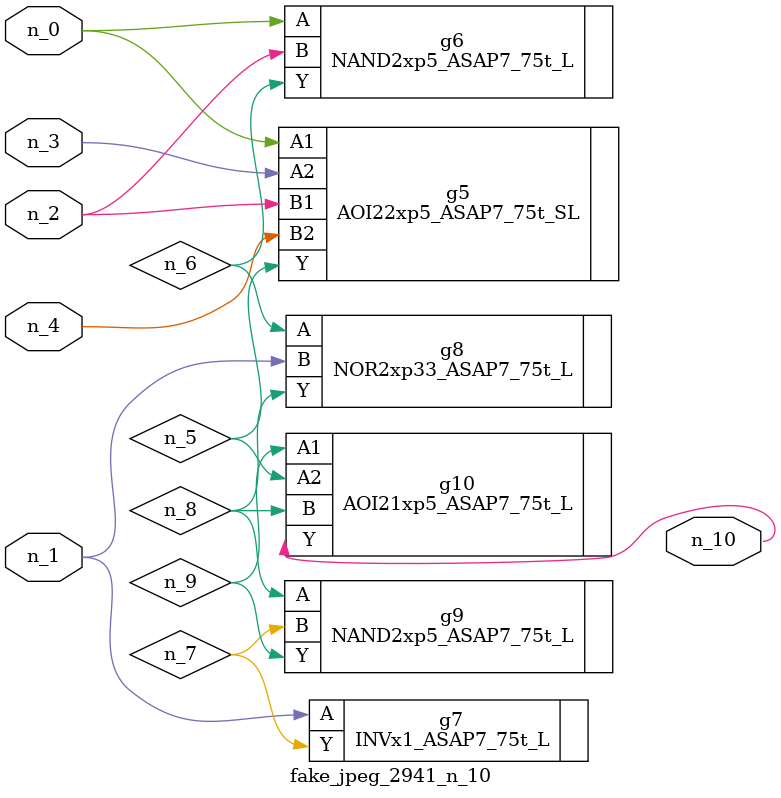
<source format=v>
module fake_jpeg_2941_n_10 (n_3, n_2, n_1, n_0, n_4, n_10);

input n_3;
input n_2;
input n_1;
input n_0;
input n_4;

output n_10;

wire n_8;
wire n_9;
wire n_6;
wire n_5;
wire n_7;

AOI22xp5_ASAP7_75t_SL g5 ( 
.A1(n_0),
.A2(n_3),
.B1(n_2),
.B2(n_4),
.Y(n_5)
);

NAND2xp5_ASAP7_75t_L g6 ( 
.A(n_0),
.B(n_2),
.Y(n_6)
);

INVx1_ASAP7_75t_L g7 ( 
.A(n_1),
.Y(n_7)
);

NOR2xp33_ASAP7_75t_L g8 ( 
.A(n_6),
.B(n_1),
.Y(n_8)
);

NAND2xp5_ASAP7_75t_L g9 ( 
.A(n_8),
.B(n_7),
.Y(n_9)
);

AOI21xp5_ASAP7_75t_L g10 ( 
.A1(n_9),
.A2(n_5),
.B(n_8),
.Y(n_10)
);


endmodule
</source>
